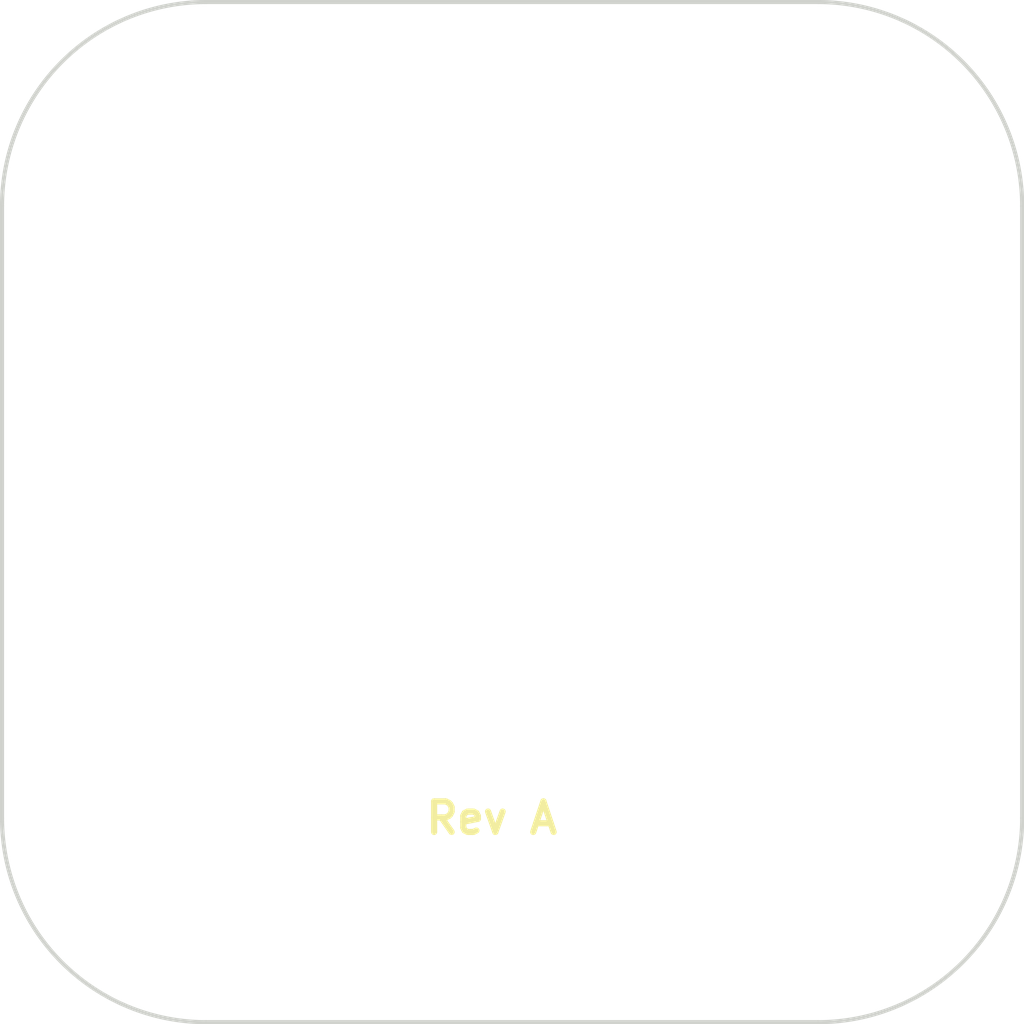
<source format=kicad_pcb>
(kicad_pcb (version 20221018) (generator pcbnew)
  (title_block (title "PROJECT_NAME_HERE") (date "2022-12-27") (rev "Rev A") (company "everyday dev") (comment 1 "CC-BY-SA"))
  (layers (0 "F.Cu" signal) (31 "B.Cu" signal) (34 "B.Paste" user) (35 "F.Paste" user) (36 "B.SilkS" user "B.Silkscreen") (37 "F.SilkS" user "F.Silkscreen") (38 "B.Mask" user) (39 "F.Mask" user) (44 "Edge.Cuts" user))
  (net 0 "")
  (footprint "gld:edd-logo" (layer "F.Cu") (at 112.3 96.9)
    (fp_text reference "G***" hide)
    (fp_text value "LOGO" hide)
  )
  (gr_arc (start 100 90) (mid 101.464466 86.464466) (end 105 85) (stroke (width 0.1)) (layer "Edge.Cuts"))
  (gr_arc (start 120 85) (mid 123.535534 86.464466) (end 125 90) (stroke (width 0.1)) (layer "Edge.Cuts"))
  (gr_line (start 125 90) (end 125 105) (stroke (width 0.1)) (layer "Edge.Cuts"))
  (gr_arc (start 105 110) (mid 101.464466 108.535534) (end 100 105) (stroke (width 0.1)) (layer "Edge.Cuts"))
  (gr_arc (start 125 105) (mid 123.535534 108.535534) (end 120 110) (stroke (width 0.1)) (layer "Edge.Cuts"))
  (gr_line (start 105 85) (end 120 85) (stroke (width 0.1)) (layer "Edge.Cuts"))
  (gr_line (start 100 105) (end 100 90) (stroke (width 0.1)) (layer "Edge.Cuts"))
  (gr_line (start 120 110) (end 105 110) (stroke (width 0.1)) (layer "Edge.Cuts"))
  (gr_text "${REVISION}" (at 112 105) (layer "F.SilkS") (effects (font (size 0.75 0.75))))
)
</source>
